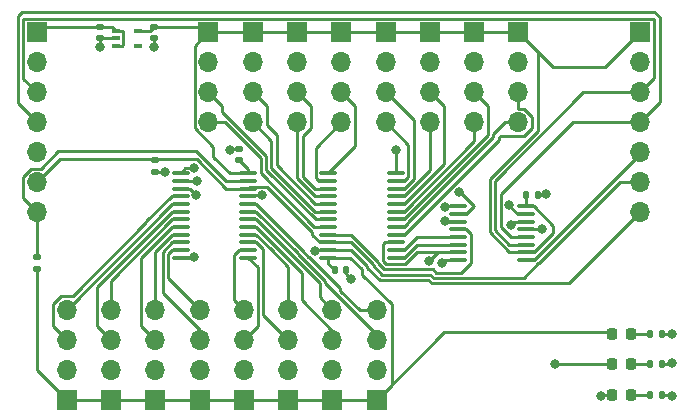
<source format=gbr>
%TF.GenerationSoftware,KiCad,Pcbnew,7.0.1*%
%TF.CreationDate,2024-10-26T16:26:52-04:00*%
%TF.ProjectId,BusChain,42757343-6861-4696-9e2e-6b696361645f,rev?*%
%TF.SameCoordinates,Original*%
%TF.FileFunction,Copper,L1,Top*%
%TF.FilePolarity,Positive*%
%FSLAX46Y46*%
G04 Gerber Fmt 4.6, Leading zero omitted, Abs format (unit mm)*
G04 Created by KiCad (PCBNEW 7.0.1) date 2024-10-26 16:26:52*
%MOMM*%
%LPD*%
G01*
G04 APERTURE LIST*
G04 Aperture macros list*
%AMRoundRect*
0 Rectangle with rounded corners*
0 $1 Rounding radius*
0 $2 $3 $4 $5 $6 $7 $8 $9 X,Y pos of 4 corners*
0 Add a 4 corners polygon primitive as box body*
4,1,4,$2,$3,$4,$5,$6,$7,$8,$9,$2,$3,0*
0 Add four circle primitives for the rounded corners*
1,1,$1+$1,$2,$3*
1,1,$1+$1,$4,$5*
1,1,$1+$1,$6,$7*
1,1,$1+$1,$8,$9*
0 Add four rect primitives between the rounded corners*
20,1,$1+$1,$2,$3,$4,$5,0*
20,1,$1+$1,$4,$5,$6,$7,0*
20,1,$1+$1,$6,$7,$8,$9,0*
20,1,$1+$1,$8,$9,$2,$3,0*%
G04 Aperture macros list end*
%TA.AperFunction,SMDPad,CuDef*%
%ADD10RoundRect,0.218750X0.218750X0.256250X-0.218750X0.256250X-0.218750X-0.256250X0.218750X-0.256250X0*%
%TD*%
%TA.AperFunction,ComponentPad*%
%ADD11R,1.700000X1.700000*%
%TD*%
%TA.AperFunction,ComponentPad*%
%ADD12O,1.700000X1.700000*%
%TD*%
%TA.AperFunction,SMDPad,CuDef*%
%ADD13RoundRect,0.100000X-0.637500X-0.100000X0.637500X-0.100000X0.637500X0.100000X-0.637500X0.100000X0*%
%TD*%
%TA.AperFunction,SMDPad,CuDef*%
%ADD14RoundRect,0.135000X-0.135000X-0.185000X0.135000X-0.185000X0.135000X0.185000X-0.135000X0.185000X0*%
%TD*%
%TA.AperFunction,SMDPad,CuDef*%
%ADD15R,0.650000X0.400000*%
%TD*%
%TA.AperFunction,SMDPad,CuDef*%
%ADD16RoundRect,0.140000X0.140000X0.170000X-0.140000X0.170000X-0.140000X-0.170000X0.140000X-0.170000X0*%
%TD*%
%TA.AperFunction,SMDPad,CuDef*%
%ADD17RoundRect,0.135000X0.185000X-0.135000X0.185000X0.135000X-0.185000X0.135000X-0.185000X-0.135000X0*%
%TD*%
%TA.AperFunction,SMDPad,CuDef*%
%ADD18RoundRect,0.140000X-0.170000X0.140000X-0.170000X-0.140000X0.170000X-0.140000X0.170000X0.140000X0*%
%TD*%
%TA.AperFunction,SMDPad,CuDef*%
%ADD19RoundRect,0.100000X0.637500X0.100000X-0.637500X0.100000X-0.637500X-0.100000X0.637500X-0.100000X0*%
%TD*%
%TA.AperFunction,ViaPad*%
%ADD20C,0.800000*%
%TD*%
%TA.AperFunction,Conductor*%
%ADD21C,0.250000*%
%TD*%
G04 APERTURE END LIST*
D10*
%TO.P,D3,1,K*%
%TO.N,Net-(D3-K)*%
X69750000Y-52680000D03*
%TO.P,D3,2,A*%
%TO.N,/ENB*%
X68175000Y-52680000D03*
%TD*%
%TO.P,D1,1,K*%
%TO.N,Net-(D1-K)*%
X69750000Y-47500000D03*
%TO.P,D1,2,A*%
%TO.N,/VCC*%
X68175000Y-47500000D03*
%TD*%
D11*
%TO.P,J4,1,Pin_1*%
%TO.N,/VCC*%
X52750000Y-22000000D03*
D12*
%TO.P,J4,2,Pin_2*%
%TO.N,GND*%
X52750000Y-24540000D03*
%TO.P,J4,3,Pin_3*%
%TO.N,/SD2A*%
X52750000Y-27080000D03*
%TO.P,J4,4,Pin_4*%
%TO.N,/SC2A*%
X52750000Y-29620000D03*
%TD*%
D13*
%TO.P,U5,1,A0*%
%TO.N,Net-(U4-QC)*%
X31637500Y-33925000D03*
%TO.P,U5,2,A1*%
%TO.N,Net-(U4-QB)*%
X31637500Y-34575000D03*
%TO.P,U5,3,~{RESET}*%
%TO.N,/ENB*%
X31637500Y-35225000D03*
%TO.P,U5,4,SD0*%
%TO.N,/SD0B*%
X31637500Y-35875000D03*
%TO.P,U5,5,SC0*%
%TO.N,/SC0B*%
X31637500Y-36525000D03*
%TO.P,U5,6,SD1*%
%TO.N,/SD1B*%
X31637500Y-37175000D03*
%TO.P,U5,7,SC1*%
%TO.N,/SC1B*%
X31637500Y-37825000D03*
%TO.P,U5,8,SD2*%
%TO.N,/SD2B*%
X31637500Y-38475000D03*
%TO.P,U5,9,SC2*%
%TO.N,/SC2B*%
X31637500Y-39125000D03*
%TO.P,U5,10,SD3*%
%TO.N,/SD3B*%
X31637500Y-39775000D03*
%TO.P,U5,11,SC3*%
%TO.N,/SC3B*%
X31637500Y-40425000D03*
%TO.P,U5,12,GND*%
%TO.N,GND*%
X31637500Y-41075000D03*
%TO.P,U5,13,SD4*%
%TO.N,/SD4B*%
X37362500Y-41075000D03*
%TO.P,U5,14,SC4*%
%TO.N,/SC4B*%
X37362500Y-40425000D03*
%TO.P,U5,15,SD5*%
%TO.N,/SD5B*%
X37362500Y-39775000D03*
%TO.P,U5,16,SC5*%
%TO.N,/SC5B*%
X37362500Y-39125000D03*
%TO.P,U5,17,SD6*%
%TO.N,/SD6B*%
X37362500Y-38475000D03*
%TO.P,U5,18,SC6*%
%TO.N,/SC6B*%
X37362500Y-37825000D03*
%TO.P,U5,19,SD7*%
%TO.N,/SD7B*%
X37362500Y-37175000D03*
%TO.P,U5,20,SC7*%
%TO.N,/SC7B*%
X37362500Y-36525000D03*
%TO.P,U5,21,A2*%
%TO.N,Net-(U4-QA)*%
X37362500Y-35875000D03*
%TO.P,U5,22,SCL*%
%TO.N,/SCL*%
X37362500Y-35225000D03*
%TO.P,U5,23,SDA*%
%TO.N,/SDA*%
X37362500Y-34575000D03*
%TO.P,U5,24,VCC*%
%TO.N,/VCC*%
X37362500Y-33925000D03*
%TD*%
D11*
%TO.P,J15,1,Pin_1*%
%TO.N,/VCC*%
X40750000Y-53120000D03*
D12*
%TO.P,J15,2,Pin_2*%
%TO.N,GND*%
X40750000Y-50580000D03*
%TO.P,J15,3,Pin_3*%
%TO.N,/SD5B*%
X40750000Y-48040000D03*
%TO.P,J15,4,Pin_4*%
%TO.N,/SC5B*%
X40750000Y-45500000D03*
%TD*%
D14*
%TO.P,R3,1*%
%TO.N,Net-(D1-K)*%
X71402500Y-47500000D03*
%TO.P,R3,2*%
%TO.N,GND*%
X72422500Y-47500000D03*
%TD*%
D15*
%TO.P,U2,1,VIN*%
%TO.N,/V?*%
X26150000Y-21850000D03*
%TO.P,U2,2,GND*%
%TO.N,GND*%
X26150000Y-22500000D03*
%TO.P,U2,3,EN*%
%TO.N,/V?*%
X26150000Y-23150000D03*
%TO.P,U2,4,NC*%
%TO.N,unconnected-(U2-NC-Pad4)*%
X28050000Y-23150000D03*
%TO.P,U2,5,VOUT*%
%TO.N,/VCC*%
X28050000Y-21850000D03*
%TD*%
D11*
%TO.P,J8,1,Pin_1*%
%TO.N,/VCC*%
X37750000Y-22000000D03*
D12*
%TO.P,J8,2,Pin_2*%
%TO.N,GND*%
X37750000Y-24540000D03*
%TO.P,J8,3,Pin_3*%
%TO.N,/SD6A*%
X37750000Y-27080000D03*
%TO.P,J8,4,Pin_4*%
%TO.N,/SC6A*%
X37750000Y-29620000D03*
%TD*%
D14*
%TO.P,R5,1*%
%TO.N,Net-(D3-K)*%
X71402500Y-52700000D03*
%TO.P,R5,2*%
%TO.N,GND*%
X72422500Y-52700000D03*
%TD*%
D11*
%TO.P,J11,1,Pin_1*%
%TO.N,/VCC*%
X25750000Y-53120000D03*
D12*
%TO.P,J11,2,Pin_2*%
%TO.N,GND*%
X25750000Y-50580000D03*
%TO.P,J11,3,Pin_3*%
%TO.N,/SD1B*%
X25750000Y-48040000D03*
%TO.P,J11,4,Pin_4*%
%TO.N,/SC1B*%
X25750000Y-45500000D03*
%TD*%
D11*
%TO.P,J5,1,Pin_1*%
%TO.N,/VCC*%
X49000000Y-22000000D03*
D12*
%TO.P,J5,2,Pin_2*%
%TO.N,GND*%
X49000000Y-24540000D03*
%TO.P,J5,3,Pin_3*%
%TO.N,/SD3A*%
X49000000Y-27080000D03*
%TO.P,J5,4,Pin_4*%
%TO.N,/SC3A*%
X49000000Y-29620000D03*
%TD*%
D11*
%TO.P,J2,1,Pin_1*%
%TO.N,/VCC*%
X60250000Y-22000000D03*
D12*
%TO.P,J2,2,Pin_2*%
%TO.N,GND*%
X60250000Y-24540000D03*
%TO.P,J2,3,Pin_3*%
%TO.N,/SD0A*%
X60250000Y-27080000D03*
%TO.P,J2,4,Pin_4*%
%TO.N,/SC0A*%
X60250000Y-29620000D03*
%TD*%
D11*
%TO.P,J7,1,Pin_1*%
%TO.N,/VCC*%
X41500000Y-22000000D03*
D12*
%TO.P,J7,2,Pin_2*%
%TO.N,GND*%
X41500000Y-24540000D03*
%TO.P,J7,3,Pin_3*%
%TO.N,/SD5A*%
X41500000Y-27080000D03*
%TO.P,J7,4,Pin_4*%
%TO.N,/SC5A*%
X41500000Y-29620000D03*
%TD*%
D11*
%TO.P,J14,1,Pin_1*%
%TO.N,/VCC*%
X37000000Y-53120000D03*
D12*
%TO.P,J14,2,Pin_2*%
%TO.N,GND*%
X37000000Y-50580000D03*
%TO.P,J14,3,Pin_3*%
%TO.N,/SD4B*%
X37000000Y-48040000D03*
%TO.P,J14,4,Pin_4*%
%TO.N,/SC4B*%
X37000000Y-45500000D03*
%TD*%
D11*
%TO.P,J16,1,Pin_1*%
%TO.N,/VCC*%
X44500000Y-53120000D03*
D12*
%TO.P,J16,2,Pin_2*%
%TO.N,GND*%
X44500000Y-50580000D03*
%TO.P,J16,3,Pin_3*%
%TO.N,/SD6B*%
X44500000Y-48040000D03*
%TO.P,J16,4,Pin_4*%
%TO.N,/SC6B*%
X44500000Y-45500000D03*
%TD*%
D14*
%TO.P,R4,1*%
%TO.N,Net-(D2-K)*%
X71402500Y-50100000D03*
%TO.P,R4,2*%
%TO.N,GND*%
X72422500Y-50100000D03*
%TD*%
D16*
%TO.P,C3,1*%
%TO.N,GND*%
X61880000Y-35750000D03*
%TO.P,C3,2*%
%TO.N,/VCC*%
X60920000Y-35750000D03*
%TD*%
%TO.P,C5,1*%
%TO.N,GND*%
X45680000Y-42150000D03*
%TO.P,C5,2*%
%TO.N,/VCC*%
X44720000Y-42150000D03*
%TD*%
D13*
%TO.P,U4,1,QB*%
%TO.N,Net-(U4-QB)*%
X55137500Y-36725000D03*
%TO.P,U4,2,QC*%
%TO.N,Net-(U4-QC)*%
X55137500Y-37375000D03*
%TO.P,U4,3,QD*%
%TO.N,/ENB*%
X55137500Y-38025000D03*
%TO.P,U4,4,QE*%
%TO.N,Net-(U4-QE)*%
X55137500Y-38675000D03*
%TO.P,U4,5,QF*%
%TO.N,Net-(U4-QF)*%
X55137500Y-39325000D03*
%TO.P,U4,6,QG*%
%TO.N,Net-(U4-QG)*%
X55137500Y-39975000D03*
%TO.P,U4,7,QH*%
%TO.N,/ENA*%
X55137500Y-40625000D03*
%TO.P,U4,8,GND*%
%TO.N,GND*%
X55137500Y-41275000D03*
%TO.P,U4,9,QH'*%
%TO.N,/SOUT*%
X60862500Y-41275000D03*
%TO.P,U4,10,~{SRCLR}*%
%TO.N,/VCC*%
X60862500Y-40625000D03*
%TO.P,U4,11,SRCLK*%
%TO.N,/CLK*%
X60862500Y-39975000D03*
%TO.P,U4,12,RCLK*%
%TO.N,/RCLK*%
X60862500Y-39325000D03*
%TO.P,U4,13,~{OE}*%
%TO.N,GND*%
X60862500Y-38675000D03*
%TO.P,U4,14,SER*%
%TO.N,/SIN*%
X60862500Y-38025000D03*
%TO.P,U4,15,QA*%
%TO.N,Net-(U4-QA)*%
X60862500Y-37375000D03*
%TO.P,U4,16,VCC*%
%TO.N,/VCC*%
X60862500Y-36725000D03*
%TD*%
D11*
%TO.P,J13,1,Pin_1*%
%TO.N,/VCC*%
X33250000Y-53120000D03*
D12*
%TO.P,J13,2,Pin_2*%
%TO.N,GND*%
X33250000Y-50580000D03*
%TO.P,J13,3,Pin_3*%
%TO.N,/SD3B*%
X33250000Y-48040000D03*
%TO.P,J13,4,Pin_4*%
%TO.N,/SC3B*%
X33250000Y-45500000D03*
%TD*%
D11*
%TO.P,J10,1,Pin_1*%
%TO.N,/VCC*%
X22000000Y-53120000D03*
D12*
%TO.P,J10,2,Pin_2*%
%TO.N,GND*%
X22000000Y-50580000D03*
%TO.P,J10,3,Pin_3*%
%TO.N,/SD0B*%
X22000000Y-48040000D03*
%TO.P,J10,4,Pin_4*%
%TO.N,/SC0B*%
X22000000Y-45500000D03*
%TD*%
D11*
%TO.P,J12,1,Pin_1*%
%TO.N,/VCC*%
X29500000Y-53120000D03*
D12*
%TO.P,J12,2,Pin_2*%
%TO.N,GND*%
X29500000Y-50580000D03*
%TO.P,J12,3,Pin_3*%
%TO.N,/SD2B*%
X29500000Y-48040000D03*
%TO.P,J12,4,Pin_4*%
%TO.N,/SC2B*%
X29500000Y-45500000D03*
%TD*%
D17*
%TO.P,R2,1*%
%TO.N,/VCC*%
X29500000Y-33810000D03*
%TO.P,R2,2*%
%TO.N,/SCL*%
X29500000Y-32790000D03*
%TD*%
D10*
%TO.P,D2,1,K*%
%TO.N,Net-(D2-K)*%
X69750000Y-50090000D03*
%TO.P,D2,2,A*%
%TO.N,/ENA*%
X68175000Y-50090000D03*
%TD*%
D11*
%TO.P,J3,1,Pin_1*%
%TO.N,/VCC*%
X56500000Y-22000000D03*
D12*
%TO.P,J3,2,Pin_2*%
%TO.N,GND*%
X56500000Y-24540000D03*
%TO.P,J3,3,Pin_3*%
%TO.N,/SD1A*%
X56500000Y-27080000D03*
%TO.P,J3,4,Pin_4*%
%TO.N,/SC1A*%
X56500000Y-29620000D03*
%TD*%
D18*
%TO.P,C1,1*%
%TO.N,/V?*%
X24850000Y-21520000D03*
%TO.P,C1,2*%
%TO.N,GND*%
X24850000Y-22480000D03*
%TD*%
D17*
%TO.P,R1,1*%
%TO.N,/VCC*%
X19500000Y-42020000D03*
%TO.P,R1,2*%
%TO.N,/SDA*%
X19500000Y-41000000D03*
%TD*%
D11*
%TO.P,J6,1,Pin_1*%
%TO.N,/VCC*%
X45250000Y-22000000D03*
D12*
%TO.P,J6,2,Pin_2*%
%TO.N,GND*%
X45250000Y-24540000D03*
%TO.P,J6,3,Pin_3*%
%TO.N,/SD4A*%
X45250000Y-27080000D03*
%TO.P,J6,4,Pin_4*%
%TO.N,/SC4A*%
X45250000Y-29620000D03*
%TD*%
D11*
%TO.P,J17,1,Pin_1*%
%TO.N,/VCC*%
X48250000Y-53120000D03*
D12*
%TO.P,J17,2,Pin_2*%
%TO.N,GND*%
X48250000Y-50580000D03*
%TO.P,J17,3,Pin_3*%
%TO.N,/SD7B*%
X48250000Y-48040000D03*
%TO.P,J17,4,Pin_4*%
%TO.N,/SC7B*%
X48250000Y-45500000D03*
%TD*%
D11*
%TO.P,J1,1,Pin_1*%
%TO.N,/V?*%
X19500000Y-22000000D03*
D12*
%TO.P,J1,2,Pin_2*%
%TO.N,GND*%
X19500000Y-24540000D03*
%TO.P,J1,3,Pin_3*%
%TO.N,/CLK*%
X19500000Y-27080000D03*
%TO.P,J1,4,Pin_4*%
%TO.N,/RCLK*%
X19500000Y-29620000D03*
%TO.P,J1,5,Pin_5*%
%TO.N,/SIN*%
X19500000Y-32160000D03*
%TO.P,J1,6,Pin_6*%
%TO.N,/SCL*%
X19500000Y-34700000D03*
%TO.P,J1,7,Pin_7*%
%TO.N,/SDA*%
X19500000Y-37240000D03*
%TD*%
D19*
%TO.P,U6,1,A0*%
%TO.N,Net-(U4-QG)*%
X49862500Y-41075000D03*
%TO.P,U6,2,A1*%
%TO.N,Net-(U4-QF)*%
X49862500Y-40425000D03*
%TO.P,U6,3,~{RESET}*%
%TO.N,/ENA*%
X49862500Y-39775000D03*
%TO.P,U6,4,SD0*%
%TO.N,/SD0A*%
X49862500Y-39125000D03*
%TO.P,U6,5,SC0*%
%TO.N,/SC0A*%
X49862500Y-38475000D03*
%TO.P,U6,6,SD1*%
%TO.N,/SD1A*%
X49862500Y-37825000D03*
%TO.P,U6,7,SC1*%
%TO.N,/SC1A*%
X49862500Y-37175000D03*
%TO.P,U6,8,SD2*%
%TO.N,/SD2A*%
X49862500Y-36525000D03*
%TO.P,U6,9,SC2*%
%TO.N,/SC2A*%
X49862500Y-35875000D03*
%TO.P,U6,10,SD3*%
%TO.N,/SD3A*%
X49862500Y-35225000D03*
%TO.P,U6,11,SC3*%
%TO.N,/SC3A*%
X49862500Y-34575000D03*
%TO.P,U6,12,GND*%
%TO.N,GND*%
X49862500Y-33925000D03*
%TO.P,U6,13,SD4*%
%TO.N,/SD4A*%
X44137500Y-33925000D03*
%TO.P,U6,14,SC4*%
%TO.N,/SC4A*%
X44137500Y-34575000D03*
%TO.P,U6,15,SD5*%
%TO.N,/SD5A*%
X44137500Y-35225000D03*
%TO.P,U6,16,SC5*%
%TO.N,/SC5A*%
X44137500Y-35875000D03*
%TO.P,U6,17,SD6*%
%TO.N,/SD6A*%
X44137500Y-36525000D03*
%TO.P,U6,18,SC6*%
%TO.N,/SC6A*%
X44137500Y-37175000D03*
%TO.P,U6,19,SD7*%
%TO.N,/SD7A*%
X44137500Y-37825000D03*
%TO.P,U6,20,SC7*%
%TO.N,/SC7A*%
X44137500Y-38475000D03*
%TO.P,U6,21,A2*%
%TO.N,Net-(U4-QE)*%
X44137500Y-39125000D03*
%TO.P,U6,22,SCL*%
%TO.N,/SCL*%
X44137500Y-39775000D03*
%TO.P,U6,23,SDA*%
%TO.N,/SDA*%
X44137500Y-40425000D03*
%TO.P,U6,24,VCC*%
%TO.N,/VCC*%
X44137500Y-41075000D03*
%TD*%
D11*
%TO.P,J18,1,Pin_1*%
%TO.N,/VCC*%
X70500000Y-22000000D03*
D12*
%TO.P,J18,2,Pin_2*%
%TO.N,GND*%
X70500000Y-24540000D03*
%TO.P,J18,3,Pin_3*%
%TO.N,/CLK*%
X70500000Y-27080000D03*
%TO.P,J18,4,Pin_4*%
%TO.N,/RCLK*%
X70500000Y-29620000D03*
%TO.P,J18,5,Pin_5*%
%TO.N,/SOUT*%
X70500000Y-32160000D03*
%TO.P,J18,6,Pin_6*%
%TO.N,/SCL*%
X70500000Y-34700000D03*
%TO.P,J18,7,Pin_7*%
%TO.N,/SDA*%
X70500000Y-37240000D03*
%TD*%
D18*
%TO.P,C2,1*%
%TO.N,/VCC*%
X29350000Y-21520000D03*
%TO.P,C2,2*%
%TO.N,GND*%
X29350000Y-22480000D03*
%TD*%
D11*
%TO.P,J9,1,Pin_1*%
%TO.N,/VCC*%
X34000000Y-22000000D03*
D12*
%TO.P,J9,2,Pin_2*%
%TO.N,GND*%
X34000000Y-24540000D03*
%TO.P,J9,3,Pin_3*%
%TO.N,/SD7A*%
X34000000Y-27080000D03*
%TO.P,J9,4,Pin_4*%
%TO.N,/SC7A*%
X34000000Y-29620000D03*
%TD*%
D18*
%TO.P,C4,1*%
%TO.N,GND*%
X36600000Y-31870000D03*
%TO.P,C4,2*%
%TO.N,/VCC*%
X36600000Y-32830000D03*
%TD*%
D20*
%TO.N,GND*%
X62200000Y-38650000D03*
X32800000Y-41050000D03*
X24850000Y-23250000D03*
X46100000Y-42850000D03*
X49900000Y-31950000D03*
X62600000Y-35650000D03*
X35800000Y-31950000D03*
X29350000Y-23250000D03*
X73250000Y-50000000D03*
X73250000Y-47500000D03*
X53800000Y-41550000D03*
X73250000Y-52750000D03*
%TO.N,/SIN*%
X59588768Y-38284294D03*
%TO.N,Net-(U4-QB)*%
X33000000Y-34575000D03*
X54000000Y-36750000D03*
%TO.N,/VCC*%
X30301106Y-33795879D03*
%TO.N,/SDA*%
X43005178Y-40480579D03*
%TO.N,/ENA*%
X63300000Y-50100000D03*
X52700000Y-41325500D03*
%TO.N,/ENB*%
X67250000Y-52750000D03*
X32973534Y-35738235D03*
X54000000Y-38000000D03*
%TO.N,Net-(U4-QC)*%
X55250000Y-35500000D03*
X32744147Y-33520445D03*
%TO.N,Net-(U4-QA)*%
X38532977Y-35778030D03*
X59474000Y-36650000D03*
%TD*%
D21*
%TO.N,GND*%
X61880000Y-35750000D02*
X62500000Y-35750000D01*
X36600000Y-31870000D02*
X35880000Y-31870000D01*
X54075000Y-41275000D02*
X53800000Y-41550000D01*
X24850000Y-22480000D02*
X26130000Y-22480000D01*
X49900000Y-31950000D02*
X49862500Y-31987500D01*
X29350000Y-22480000D02*
X29350000Y-23250000D01*
X62500000Y-35750000D02*
X62600000Y-35650000D01*
X32775000Y-41075000D02*
X32800000Y-41050000D01*
X45680000Y-42430000D02*
X46100000Y-42850000D01*
X73200000Y-52700000D02*
X73250000Y-52750000D01*
X49862500Y-31987500D02*
X49862500Y-33925000D01*
X72422500Y-47500000D02*
X73250000Y-47500000D01*
X26130000Y-22480000D02*
X26150000Y-22500000D01*
X55137500Y-41275000D02*
X54075000Y-41275000D01*
X72422500Y-52700000D02*
X73200000Y-52700000D01*
X45680000Y-42150000D02*
X45680000Y-42430000D01*
X62175000Y-38675000D02*
X62200000Y-38650000D01*
X72422500Y-50100000D02*
X73150000Y-50100000D01*
X31637500Y-41075000D02*
X32775000Y-41075000D01*
X73150000Y-50100000D02*
X73250000Y-50000000D01*
X60862500Y-38675000D02*
X62175000Y-38675000D01*
X35880000Y-31870000D02*
X35800000Y-31950000D01*
X24850000Y-22480000D02*
X24850000Y-23250000D01*
%TO.N,/SD0B*%
X30875000Y-35875000D02*
X31637500Y-35875000D01*
X21513299Y-44325000D02*
X22512563Y-44325000D01*
X22000000Y-48040000D02*
X20825000Y-46865000D01*
X22512563Y-44325000D02*
X28750000Y-38087563D01*
X20825000Y-45013299D02*
X21513299Y-44325000D01*
X20825000Y-46865000D02*
X20825000Y-45013299D01*
X28750000Y-38000000D02*
X30875000Y-35875000D01*
X28750000Y-38087563D02*
X28750000Y-38000000D01*
%TO.N,/SC0A*%
X50925000Y-38087437D02*
X50925000Y-38101041D01*
X60250000Y-29620000D02*
X59130000Y-29620000D01*
X50925000Y-38101041D02*
X50551041Y-38475000D01*
X50551041Y-38475000D02*
X49862500Y-38475000D01*
X58125000Y-30625000D02*
X58125000Y-30887437D01*
X59130000Y-29620000D02*
X58125000Y-30625000D01*
X58125000Y-30887437D02*
X50925000Y-38087437D01*
%TO.N,/SD0A*%
X60736701Y-30795000D02*
X58705000Y-30795000D01*
X60250000Y-27080000D02*
X60250000Y-28445000D01*
X58575000Y-30925000D02*
X58575000Y-31073833D01*
X61425000Y-29133299D02*
X61425000Y-30106701D01*
X58705000Y-30795000D02*
X58575000Y-30925000D01*
X51375000Y-38273833D02*
X51375000Y-38301041D01*
X50551041Y-39125000D02*
X49862500Y-39125000D01*
X51375000Y-38301041D02*
X50551041Y-39125000D01*
X60736701Y-28445000D02*
X61425000Y-29133299D01*
X61425000Y-30106701D02*
X60736701Y-30795000D01*
X58575000Y-31073833D02*
X51375000Y-38273833D01*
X60250000Y-28445000D02*
X60736701Y-28445000D01*
%TO.N,/SC1A*%
X50551041Y-37175000D02*
X49862500Y-37175000D01*
X56500000Y-31226041D02*
X50551041Y-37175000D01*
X56500000Y-29620000D02*
X56500000Y-31226041D01*
%TO.N,/SD1B*%
X30948959Y-37175000D02*
X31637500Y-37175000D01*
X25750000Y-48040000D02*
X24575000Y-46865000D01*
X24575000Y-43548959D02*
X30948959Y-37175000D01*
X24575000Y-46865000D02*
X24575000Y-43548959D01*
%TO.N,/SC2A*%
X50551041Y-35875000D02*
X49862500Y-35875000D01*
X52750000Y-33676041D02*
X50551041Y-35875000D01*
X52750000Y-29620000D02*
X52750000Y-33676041D01*
%TO.N,/SD1A*%
X57675000Y-30701041D02*
X50551041Y-37825000D01*
X50551041Y-37825000D02*
X49862500Y-37825000D01*
X57675000Y-28255000D02*
X57675000Y-30701041D01*
X56500000Y-27080000D02*
X57675000Y-28255000D01*
%TO.N,/SC3A*%
X50551041Y-34575000D02*
X50925000Y-34201041D01*
X50925000Y-31545000D02*
X49000000Y-29620000D01*
X49862500Y-34575000D02*
X50551041Y-34575000D01*
X50925000Y-34201041D02*
X50925000Y-31545000D01*
%TO.N,/SD2B*%
X30948959Y-38475000D02*
X31637500Y-38475000D01*
X29500000Y-48040000D02*
X28325000Y-46865000D01*
X28325000Y-46865000D02*
X28325000Y-41098959D01*
X28325000Y-41098959D02*
X30948959Y-38475000D01*
%TO.N,/SC4A*%
X43075000Y-31795000D02*
X43075000Y-34325000D01*
X45250000Y-29620000D02*
X43075000Y-31795000D01*
X43075000Y-34325000D02*
X43325000Y-34575000D01*
X43325000Y-34575000D02*
X44137500Y-34575000D01*
%TO.N,/SD2A*%
X50551041Y-36525000D02*
X49862500Y-36525000D01*
X53925000Y-33151041D02*
X50551041Y-36525000D01*
X52750000Y-27080000D02*
X53925000Y-28255000D01*
X53925000Y-28255000D02*
X53925000Y-33151041D01*
%TO.N,/SC5A*%
X43034188Y-35875000D02*
X44137500Y-35875000D01*
X41500000Y-29620000D02*
X41500000Y-34340812D01*
X41500000Y-34340812D02*
X43034188Y-35875000D01*
%TO.N,/SD3B*%
X30125000Y-44036701D02*
X30125000Y-40598959D01*
X33250000Y-48040000D02*
X33250000Y-47161701D01*
X33250000Y-47161701D02*
X30125000Y-44036701D01*
X30125000Y-40598959D02*
X30948959Y-39775000D01*
X30948959Y-39775000D02*
X31637500Y-39775000D01*
%TO.N,/SC6A*%
X37750000Y-29620000D02*
X37770000Y-29620000D01*
X39325000Y-33438604D02*
X43061396Y-37175000D01*
X37770000Y-29620000D02*
X39325000Y-31175000D01*
X39325000Y-31175000D02*
X39325000Y-33438604D01*
X43061396Y-37175000D02*
X44137500Y-37175000D01*
%TO.N,/SD3A*%
X51375000Y-29455000D02*
X49000000Y-27080000D01*
X49862500Y-35225000D02*
X50564645Y-35225000D01*
X51375000Y-34414645D02*
X51375000Y-29455000D01*
X50564645Y-35225000D02*
X51375000Y-34414645D01*
%TO.N,/SC7A*%
X42975000Y-38475000D02*
X44137500Y-38475000D01*
X38425000Y-32611396D02*
X38425000Y-33925000D01*
X35433604Y-29620000D02*
X38425000Y-32611396D01*
X38425000Y-33925000D02*
X42975000Y-38475000D01*
X34000000Y-29620000D02*
X35433604Y-29620000D01*
%TO.N,/SD4B*%
X38175000Y-46865000D02*
X38175000Y-41887500D01*
X37000000Y-48040000D02*
X38175000Y-46865000D01*
X38175000Y-41887500D02*
X37362500Y-41075000D01*
%TO.N,/SC0B*%
X30948959Y-36525000D02*
X31637500Y-36525000D01*
X22000000Y-45500000D02*
X22000000Y-45473959D01*
X22000000Y-45473959D02*
X30948959Y-36525000D01*
%TO.N,/SD4A*%
X46425000Y-31637500D02*
X44137500Y-33925000D01*
X45250000Y-27080000D02*
X46425000Y-28255000D01*
X46425000Y-28255000D02*
X46425000Y-31637500D01*
%TO.N,/SC1B*%
X25750000Y-43023959D02*
X30948959Y-37825000D01*
X30948959Y-37825000D02*
X31637500Y-37825000D01*
X25750000Y-45500000D02*
X25750000Y-43023959D01*
%TO.N,/SD5B*%
X38051041Y-39775000D02*
X37362500Y-39775000D01*
X40750000Y-48040000D02*
X38625000Y-45915000D01*
X38625000Y-45915000D02*
X38625000Y-40348959D01*
X38625000Y-40348959D02*
X38051041Y-39775000D01*
%TO.N,/SC2B*%
X29500000Y-40573959D02*
X30948959Y-39125000D01*
X29500000Y-45500000D02*
X29500000Y-40573959D01*
X30948959Y-39125000D02*
X31637500Y-39125000D01*
%TO.N,/SD5A*%
X42000000Y-30781701D02*
X42000000Y-34204416D01*
X42000000Y-34204416D02*
X43020584Y-35225000D01*
X43020584Y-35225000D02*
X44137500Y-35225000D01*
X41500000Y-27080000D02*
X42675000Y-28255000D01*
X42675000Y-30106701D02*
X42000000Y-30781701D01*
X42675000Y-28255000D02*
X42675000Y-30106701D01*
%TO.N,/SC3B*%
X33250000Y-45500000D02*
X30575000Y-42825000D01*
X30575000Y-40798959D02*
X30948959Y-40425000D01*
X30575000Y-42825000D02*
X30575000Y-40798959D01*
X30948959Y-40425000D02*
X31637500Y-40425000D01*
%TO.N,/SD6B*%
X44500000Y-48040000D02*
X44500000Y-47250000D01*
X44500000Y-47250000D02*
X41925000Y-44675000D01*
X39750000Y-40173959D02*
X38051041Y-38475000D01*
X38051041Y-38475000D02*
X37362500Y-38475000D01*
X39750000Y-40184493D02*
X39750000Y-40173959D01*
X41925000Y-44675000D02*
X41925000Y-42359493D01*
X41925000Y-42359493D02*
X39750000Y-40184493D01*
%TO.N,/SC4B*%
X37000000Y-45500000D02*
X36150000Y-44650000D01*
X36150000Y-44650000D02*
X36150000Y-40850000D01*
X36150000Y-40850000D02*
X36575000Y-40425000D01*
X36575000Y-40425000D02*
X37362500Y-40425000D01*
%TO.N,/SD6A*%
X39775000Y-30725000D02*
X39775000Y-33252208D01*
X39775000Y-33252208D02*
X43047792Y-36525000D01*
X38925000Y-28255000D02*
X38925000Y-29875000D01*
X37750000Y-27080000D02*
X38925000Y-28255000D01*
X43047792Y-36525000D02*
X44137500Y-36525000D01*
X38925000Y-29875000D02*
X39775000Y-30725000D01*
%TO.N,/SC5B*%
X39300000Y-40360355D02*
X38064645Y-39125000D01*
X40750000Y-41820889D02*
X39300000Y-40370889D01*
X39300000Y-40370889D02*
X39300000Y-40360355D01*
X38064645Y-39125000D02*
X37362500Y-39125000D01*
X40750000Y-45500000D02*
X40750000Y-41820889D01*
%TO.N,/SD7B*%
X41575000Y-40698959D02*
X38051041Y-37175000D01*
X43881802Y-43220101D02*
X43881802Y-43018198D01*
X41575000Y-40736701D02*
X41575000Y-40698959D01*
X38051041Y-37175000D02*
X37362500Y-37175000D01*
X42288604Y-41425000D02*
X42263299Y-41425000D01*
X48250000Y-48040000D02*
X48250000Y-47588299D01*
X48250000Y-47588299D02*
X43881802Y-43220101D01*
X42263299Y-41425000D02*
X41575000Y-40736701D01*
X43881802Y-43018198D02*
X42288604Y-41425000D01*
%TO.N,/SC6B*%
X40200000Y-39998097D02*
X40200000Y-39973959D01*
X44500000Y-45500000D02*
X43431802Y-44431802D01*
X40200000Y-39973959D02*
X38051041Y-37825000D01*
X43431802Y-44431802D02*
X43431802Y-43204594D01*
X42076903Y-41875000D02*
X40200000Y-39998097D01*
X43431802Y-43204594D02*
X42102208Y-41875000D01*
X38051041Y-37825000D02*
X37362500Y-37825000D01*
X42102208Y-41875000D02*
X42076903Y-41875000D01*
%TO.N,/SD7A*%
X38875000Y-33625000D02*
X43075000Y-37825000D01*
X34000000Y-27080000D02*
X35175000Y-28255000D01*
X38875000Y-32425000D02*
X38875000Y-33625000D01*
X43075000Y-37825000D02*
X44137500Y-37825000D01*
X35175000Y-28255000D02*
X35175000Y-28725000D01*
X35175000Y-28725000D02*
X38875000Y-32425000D01*
%TO.N,/SC7B*%
X42449695Y-40975000D02*
X42025000Y-40550305D01*
X42025000Y-40550305D02*
X42025000Y-40498959D01*
X42025000Y-40498959D02*
X38051041Y-36525000D01*
X45173097Y-43875000D02*
X45173097Y-43673097D01*
X46798097Y-45500000D02*
X45173097Y-43875000D01*
X42475000Y-40975000D02*
X42449695Y-40975000D01*
X45173097Y-43673097D02*
X42475000Y-40975000D01*
X48250000Y-45500000D02*
X46798097Y-45500000D01*
X38051041Y-36525000D02*
X37362500Y-36525000D01*
%TO.N,/SOUT*%
X70500000Y-32160000D02*
X70500000Y-32326041D01*
X70500000Y-32326041D02*
X61551041Y-41275000D01*
X61551041Y-41275000D02*
X60862500Y-41275000D01*
%TO.N,/SIN*%
X59848062Y-38025000D02*
X59588768Y-38284294D01*
X60862500Y-38025000D02*
X59848062Y-38025000D01*
%TO.N,/V?*%
X26725000Y-21850000D02*
X26800000Y-21925000D01*
X26800000Y-23025000D02*
X26675000Y-23150000D01*
X25820000Y-21520000D02*
X26150000Y-21850000D01*
X26800000Y-21925000D02*
X26800000Y-23025000D01*
X24850000Y-21520000D02*
X25820000Y-21520000D01*
X19980000Y-21520000D02*
X19500000Y-22000000D01*
X26150000Y-21850000D02*
X26725000Y-21850000D01*
X24850000Y-21520000D02*
X19980000Y-21520000D01*
X26675000Y-23150000D02*
X26150000Y-23150000D01*
%TO.N,Net-(U4-QB)*%
X54025000Y-36725000D02*
X54000000Y-36750000D01*
X55137500Y-36725000D02*
X54025000Y-36725000D01*
X33000000Y-34575000D02*
X31637500Y-34575000D01*
%TO.N,/VCC*%
X40750000Y-53120000D02*
X44500000Y-53120000D01*
X63200000Y-38373959D02*
X61551041Y-36725000D01*
X68075000Y-47400000D02*
X53970000Y-47400000D01*
X46025000Y-41075000D02*
X47000000Y-42050000D01*
X59488604Y-40625000D02*
X60862500Y-40625000D01*
X60862500Y-40625000D02*
X61564645Y-40625000D01*
X49000000Y-22000000D02*
X52750000Y-22000000D01*
X30301106Y-33795879D02*
X29514121Y-33795879D01*
X53970000Y-47400000D02*
X48250000Y-53120000D01*
X32825000Y-23175000D02*
X32825000Y-30106701D01*
X49500000Y-51870000D02*
X48250000Y-53120000D01*
X34400000Y-31681701D02*
X34400000Y-32513604D01*
X33520000Y-21520000D02*
X34000000Y-22000000D01*
X35811396Y-33925000D02*
X37362500Y-33925000D01*
X34400000Y-32513604D02*
X35811396Y-33925000D01*
X70500000Y-22000000D02*
X67575000Y-24925000D01*
X57800000Y-38936396D02*
X59488604Y-40625000D01*
X45250000Y-22000000D02*
X49000000Y-22000000D01*
X47000000Y-42500000D02*
X49500000Y-45000000D01*
X47000000Y-42050000D02*
X47000000Y-42500000D01*
X19500000Y-50620000D02*
X22000000Y-53120000D01*
X44137500Y-41567500D02*
X44720000Y-42150000D01*
X52750000Y-22000000D02*
X56500000Y-22000000D01*
X61551041Y-36725000D02*
X60862500Y-36725000D01*
X61564645Y-40625000D02*
X63200000Y-38989645D01*
X56500000Y-22000000D02*
X60250000Y-22000000D01*
X29514121Y-33795879D02*
X29500000Y-33810000D01*
X29500000Y-53120000D02*
X33250000Y-53120000D01*
X61875000Y-30318604D02*
X57800000Y-34393604D01*
X60250000Y-22000000D02*
X61875000Y-23625000D01*
X44137500Y-41075000D02*
X46025000Y-41075000D01*
X63175000Y-24925000D02*
X60250000Y-22000000D01*
X49500000Y-45000000D02*
X49500000Y-51870000D01*
X57800000Y-34393604D02*
X57800000Y-38936396D01*
X29020000Y-21850000D02*
X29350000Y-21520000D01*
X29350000Y-21520000D02*
X33520000Y-21520000D01*
X44500000Y-53120000D02*
X48250000Y-53120000D01*
X32825000Y-30106701D02*
X34400000Y-31681701D01*
X63200000Y-38989645D02*
X63200000Y-38373959D01*
X68175000Y-47500000D02*
X68075000Y-47400000D01*
X22000000Y-53120000D02*
X25750000Y-53120000D01*
X37362500Y-33592500D02*
X36600000Y-32830000D01*
X37362500Y-33925000D02*
X37362500Y-33592500D01*
X34000000Y-22000000D02*
X37750000Y-22000000D01*
X33250000Y-53120000D02*
X37000000Y-53120000D01*
X28050000Y-21850000D02*
X29020000Y-21850000D01*
X61875000Y-23625000D02*
X61875000Y-30318604D01*
X67575000Y-24925000D02*
X63175000Y-24925000D01*
X41500000Y-22000000D02*
X45250000Y-22000000D01*
X60862500Y-35807500D02*
X60920000Y-35750000D01*
X34000000Y-22000000D02*
X32825000Y-23175000D01*
X37750000Y-22000000D02*
X41500000Y-22000000D01*
X37000000Y-53120000D02*
X40750000Y-53120000D01*
X60862500Y-36725000D02*
X60862500Y-35807500D01*
X44137500Y-41075000D02*
X44137500Y-41567500D01*
X25750000Y-53120000D02*
X29500000Y-53120000D01*
X19500000Y-42020000D02*
X19500000Y-50620000D01*
%TO.N,/CLK*%
X18325000Y-25905000D02*
X18325000Y-20825000D01*
X71750000Y-25830000D02*
X70500000Y-27080000D01*
X71750000Y-20900000D02*
X71750000Y-25830000D01*
X65750000Y-27080000D02*
X58250000Y-34580000D01*
X59475000Y-39975000D02*
X60862500Y-39975000D01*
X18325000Y-20825000D02*
X71675000Y-20825000D01*
X19500000Y-27080000D02*
X18325000Y-25905000D01*
X71675000Y-20825000D02*
X71750000Y-20900000D01*
X70500000Y-27080000D02*
X65750000Y-27080000D01*
X58250000Y-34580000D02*
X58250000Y-38750000D01*
X58250000Y-38750000D02*
X59475000Y-39975000D01*
%TO.N,/RCLK*%
X59604169Y-39325000D02*
X58749500Y-38470331D01*
X17875000Y-27995000D02*
X19500000Y-29620000D01*
X17875000Y-20625000D02*
X17875000Y-27995000D01*
X71736396Y-20250000D02*
X18250000Y-20250000D01*
X18250000Y-20250000D02*
X17875000Y-20625000D01*
X58749500Y-38470331D02*
X58749500Y-35700500D01*
X72200000Y-27920000D02*
X72200000Y-20713604D01*
X70500000Y-29620000D02*
X72200000Y-27920000D01*
X72200000Y-20713604D02*
X71736396Y-20250000D01*
X60862500Y-39325000D02*
X59604169Y-39325000D01*
X70500000Y-29620000D02*
X64830000Y-29620000D01*
X64830000Y-29620000D02*
X58749500Y-35700500D01*
%TO.N,/SCL*%
X43448959Y-39775000D02*
X42788604Y-39114645D01*
X44137500Y-39775000D02*
X43448959Y-39775000D01*
X37487500Y-35100000D02*
X37362500Y-35225000D01*
X46088604Y-39775000D02*
X44137500Y-39775000D01*
X42788604Y-39114645D02*
X42788604Y-38925000D01*
X48676167Y-42500000D02*
X47900000Y-41723833D01*
X38250000Y-35053030D02*
X38203030Y-35100000D01*
X21450451Y-32749549D02*
X32998556Y-32749549D01*
X68855685Y-34700000D02*
X62004644Y-41551041D01*
X53086396Y-42800000D02*
X52786396Y-42500000D01*
X32998556Y-32749549D02*
X35474007Y-35225000D01*
X61925000Y-41551041D02*
X60676041Y-42800000D01*
X19500000Y-34700000D02*
X21450451Y-32749549D01*
X47900000Y-41723833D02*
X47900000Y-41586396D01*
X47900000Y-41586396D02*
X46088604Y-39775000D01*
X38916634Y-35053030D02*
X38250000Y-35053030D01*
X60676041Y-42800000D02*
X53086396Y-42800000D01*
X62004644Y-41551041D02*
X61925000Y-41551041D01*
X35474007Y-35225000D02*
X37362500Y-35225000D01*
X70500000Y-34700000D02*
X68855685Y-34700000D01*
X42788604Y-38925000D02*
X38916634Y-35053030D01*
X38203030Y-35100000D02*
X37487500Y-35100000D01*
X52786396Y-42500000D02*
X48676167Y-42500000D01*
%TO.N,/SDA*%
X47450000Y-41910229D02*
X47450000Y-41772792D01*
X18300000Y-36040000D02*
X19500000Y-37240000D01*
X52900000Y-43250000D02*
X64490000Y-43250000D01*
X46102208Y-40425000D02*
X44137500Y-40425000D01*
X37362500Y-34575000D02*
X35460403Y-34575000D01*
X35460403Y-34575000D02*
X32909952Y-32024549D01*
X19796701Y-33525000D02*
X19013299Y-33525000D01*
X18300000Y-34238299D02*
X18300000Y-36040000D01*
X52600000Y-42950000D02*
X48489771Y-42950000D01*
X64490000Y-43250000D02*
X70500000Y-37240000D01*
X44137500Y-40425000D02*
X43060757Y-40425000D01*
X19500000Y-37240000D02*
X19500000Y-41000000D01*
X43060757Y-40425000D02*
X43005178Y-40480579D01*
X19013299Y-33525000D02*
X18300000Y-34238299D01*
X32909952Y-32024549D02*
X21297152Y-32024549D01*
X21297152Y-32024549D02*
X19796701Y-33525000D01*
X47450000Y-41772792D02*
X46102208Y-40425000D01*
X52900000Y-43250000D02*
X52600000Y-42950000D01*
X48489771Y-42950000D02*
X47450000Y-41910229D01*
%TO.N,Net-(D1-K)*%
X69750000Y-47500000D02*
X71402500Y-47500000D01*
%TO.N,Net-(D2-K)*%
X71392500Y-50090000D02*
X71402500Y-50100000D01*
X69750000Y-50090000D02*
X71392500Y-50090000D01*
%TO.N,/ENA*%
X51651041Y-40625000D02*
X50676041Y-41600000D01*
X63300000Y-50100000D02*
X63310000Y-50090000D01*
X63310000Y-50090000D02*
X68175000Y-50090000D01*
X48800000Y-41351041D02*
X48800000Y-39950000D01*
X55137500Y-40625000D02*
X51651041Y-40625000D01*
X53400500Y-40625000D02*
X55137500Y-40625000D01*
X48800000Y-39950000D02*
X48975000Y-39775000D01*
X48975000Y-39775000D02*
X49862500Y-39775000D01*
X52700000Y-41325500D02*
X53400500Y-40625000D01*
X50676041Y-41600000D02*
X49048959Y-41600000D01*
X49048959Y-41600000D02*
X48800000Y-41351041D01*
%TO.N,Net-(D3-K)*%
X69750000Y-52680000D02*
X71382500Y-52680000D01*
X71382500Y-52680000D02*
X71402500Y-52700000D01*
%TO.N,/ENB*%
X54025000Y-38025000D02*
X54000000Y-38000000D01*
X32962930Y-35738235D02*
X32449695Y-35225000D01*
X32449695Y-35225000D02*
X31637500Y-35225000D01*
X32973534Y-35738235D02*
X32962930Y-35738235D01*
X67320000Y-52680000D02*
X67250000Y-52750000D01*
X55137500Y-38025000D02*
X54025000Y-38025000D01*
X68175000Y-52680000D02*
X67320000Y-52680000D01*
%TO.N,Net-(U4-QC)*%
X55298959Y-35500000D02*
X56500000Y-36701041D01*
X55250000Y-35500000D02*
X55298959Y-35500000D01*
X56500000Y-36701041D02*
X55826041Y-37375000D01*
X55826041Y-37375000D02*
X55137500Y-37375000D01*
X32744147Y-33520445D02*
X32042055Y-33520445D01*
X32042055Y-33520445D02*
X31637500Y-33925000D01*
%TO.N,Net-(U4-QE)*%
X55401041Y-42350000D02*
X53272792Y-42350000D01*
X48350000Y-41537437D02*
X48350000Y-41400000D01*
X55826041Y-38675000D02*
X56200000Y-39048959D01*
X48862563Y-42050000D02*
X48350000Y-41537437D01*
X55137500Y-38675000D02*
X55826041Y-38675000D01*
X56200000Y-39048959D02*
X56200000Y-41551041D01*
X53272792Y-42350000D02*
X52972792Y-42050000D01*
X46075000Y-39125000D02*
X44137500Y-39125000D01*
X48350000Y-41400000D02*
X46075000Y-39125000D01*
X52972792Y-42050000D02*
X48862563Y-42050000D01*
X56200000Y-41551041D02*
X55401041Y-42350000D01*
%TO.N,Net-(U4-QF)*%
X55137500Y-39325000D02*
X51651041Y-39325000D01*
X51651041Y-39325000D02*
X50551041Y-40425000D01*
X50551041Y-40425000D02*
X49862500Y-40425000D01*
%TO.N,Net-(U4-QG)*%
X51651041Y-39975000D02*
X50551041Y-41075000D01*
X55137500Y-39975000D02*
X51651041Y-39975000D01*
X50551041Y-41075000D02*
X49862500Y-41075000D01*
%TO.N,Net-(U4-QA)*%
X38532977Y-35778030D02*
X37459470Y-35778030D01*
X59474000Y-36675041D02*
X60173959Y-37375000D01*
X59474000Y-36650000D02*
X59474000Y-36675041D01*
X37459470Y-35778030D02*
X37362500Y-35875000D01*
X60173959Y-37375000D02*
X60862500Y-37375000D01*
%TD*%
M02*

</source>
